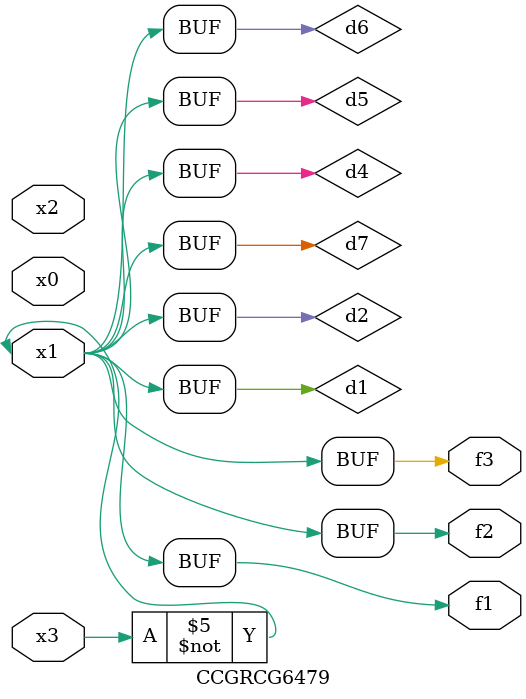
<source format=v>
module CCGRCG6479(
	input x0, x1, x2, x3,
	output f1, f2, f3
);

	wire d1, d2, d3, d4, d5, d6, d7;

	not (d1, x3);
	buf (d2, x1);
	xnor (d3, d1, d2);
	nor (d4, d1);
	buf (d5, d1, d2);
	buf (d6, d4, d5);
	nand (d7, d4);
	assign f1 = d6;
	assign f2 = d7;
	assign f3 = d6;
endmodule

</source>
